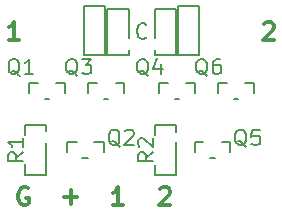
<source format=gto>
G04 #@! TF.FileFunction,Other,ECO1*
%FSLAX46Y46*%
G04 Gerber Fmt 4.6, Leading zero omitted, Abs format (unit mm)*
G04 Created by KiCad (PCBNEW 4.0.5) date 02/05/17 18:09:27*
%MOMM*%
%LPD*%
G01*
G04 APERTURE LIST*
%ADD10C,0.100000*%
%ADD11C,0.200000*%
%ADD12C,0.300000*%
G04 APERTURE END LIST*
D10*
D11*
X113100000Y-67900000D02*
X113100000Y-68700000D01*
X113100000Y-72100000D02*
X113100000Y-71300000D01*
X102100000Y-67900000D02*
X102100000Y-68700000D01*
X102100000Y-72100000D02*
X102100000Y-71200000D01*
X103900000Y-72100000D02*
X102100000Y-72100000D01*
X103900000Y-69400000D02*
X103900000Y-72100000D01*
X103900000Y-67900000D02*
X103900000Y-68400000D01*
X102100000Y-67900000D02*
X103900000Y-67900000D01*
X113100000Y-62000000D02*
X113100000Y-61500000D01*
X113100000Y-58100000D02*
X113100000Y-60500000D01*
X110900000Y-62000000D02*
X110900000Y-61500000D01*
X110900000Y-58100000D02*
X110900000Y-60500000D01*
X114900000Y-72100000D02*
X113100000Y-72100000D01*
X114900000Y-69300000D02*
X114900000Y-72100000D01*
X114900000Y-67900000D02*
X114900000Y-68500000D01*
X113100000Y-67900000D02*
X114900000Y-67900000D01*
X116900000Y-57800000D02*
X115100000Y-57800000D01*
X116900000Y-62000000D02*
X116900000Y-57800000D01*
X115100000Y-62000000D02*
X116900000Y-62000000D01*
X115100000Y-57800000D02*
X115100000Y-62000000D01*
X113100000Y-58100000D02*
X113200000Y-58100000D01*
X114900000Y-62000000D02*
X113100000Y-62000000D01*
X114900000Y-58100000D02*
X114900000Y-62000000D01*
X113200000Y-58100000D02*
X114900000Y-58100000D01*
X109100000Y-58100000D02*
X109200000Y-58100000D01*
X109100000Y-62000000D02*
X109100000Y-58100000D01*
X110900000Y-62000000D02*
X109100000Y-62000000D01*
X109200000Y-58100000D02*
X110900000Y-58100000D01*
X107100000Y-57800000D02*
X107100000Y-57900000D01*
X108900000Y-57800000D02*
X107100000Y-57800000D01*
X108900000Y-62000000D02*
X108900000Y-57800000D01*
X107100000Y-62000000D02*
X108900000Y-62000000D01*
X107100000Y-57900000D02*
X107100000Y-62000000D01*
X107000000Y-70700000D02*
X107500000Y-70700000D01*
X105700000Y-69300000D02*
X105700000Y-70200000D01*
X106500000Y-69300000D02*
X105700000Y-69300000D01*
X108800000Y-69300000D02*
X108800000Y-70200000D01*
X108000000Y-69300000D02*
X108800000Y-69300000D01*
X117800000Y-70700000D02*
X118200000Y-70700000D01*
X119500000Y-69300000D02*
X119500000Y-70200000D01*
X118800000Y-69300000D02*
X119500000Y-69300000D01*
X116500000Y-69300000D02*
X116500000Y-70200000D01*
X117200000Y-69300000D02*
X116500000Y-69300000D01*
X120200000Y-65700000D02*
X119800000Y-65700000D01*
X121500000Y-64300000D02*
X121500000Y-65200000D01*
X120800000Y-64300000D02*
X121500000Y-64300000D01*
X118500000Y-64300000D02*
X118500000Y-65200000D01*
X119200000Y-64300000D02*
X118500000Y-64300000D01*
X115800000Y-64300000D02*
X116500000Y-64300000D01*
X116500000Y-65200000D02*
X116500000Y-64300000D01*
X114800000Y-65700000D02*
X115200000Y-65700000D01*
X113500000Y-64300000D02*
X113500000Y-65200000D01*
X114200000Y-64300000D02*
X113500000Y-64300000D01*
X110500000Y-64300000D02*
X110500000Y-65200000D01*
X109800000Y-64300000D02*
X110500000Y-64300000D01*
X108800000Y-65700000D02*
X109200000Y-65700000D01*
X107500000Y-64300000D02*
X107500000Y-65200000D01*
X108200000Y-64300000D02*
X107500000Y-64300000D01*
X103800000Y-65700000D02*
X104200000Y-65700000D01*
X105500000Y-64300000D02*
X105500000Y-65200000D01*
X104800000Y-64300000D02*
X105500000Y-64300000D01*
X102500000Y-64300000D02*
X102500000Y-65200000D01*
X103200000Y-64300000D02*
X102500000Y-64300000D01*
D12*
X113571429Y-73321429D02*
X113642858Y-73250000D01*
X113785715Y-73178571D01*
X114142858Y-73178571D01*
X114285715Y-73250000D01*
X114357144Y-73321429D01*
X114428572Y-73464286D01*
X114428572Y-73607143D01*
X114357144Y-73821429D01*
X113500001Y-74678571D01*
X114428572Y-74678571D01*
X110428572Y-74678571D02*
X109571429Y-74678571D01*
X110000001Y-74678571D02*
X110000001Y-73178571D01*
X109857144Y-73392857D01*
X109714286Y-73535714D01*
X109571429Y-73607143D01*
X105428572Y-74007143D02*
X106571429Y-74007143D01*
X106000000Y-74578571D02*
X106000000Y-73435714D01*
X102392857Y-73250000D02*
X102250000Y-73178571D01*
X102035714Y-73178571D01*
X101821429Y-73250000D01*
X101678571Y-73392857D01*
X101607143Y-73535714D01*
X101535714Y-73821429D01*
X101535714Y-74035714D01*
X101607143Y-74321429D01*
X101678571Y-74464286D01*
X101821429Y-74607143D01*
X102035714Y-74678571D01*
X102178571Y-74678571D01*
X102392857Y-74607143D01*
X102464286Y-74535714D01*
X102464286Y-74035714D01*
X102178571Y-74035714D01*
D11*
X112402381Y-60464286D02*
X112340476Y-60526190D01*
X112154762Y-60588095D01*
X112030952Y-60588095D01*
X111845238Y-60526190D01*
X111721429Y-60402381D01*
X111659524Y-60278571D01*
X111597619Y-60030952D01*
X111597619Y-59845238D01*
X111659524Y-59597619D01*
X111721429Y-59473810D01*
X111845238Y-59350000D01*
X112030952Y-59288095D01*
X112154762Y-59288095D01*
X112340476Y-59350000D01*
X112402381Y-59411905D01*
X112988095Y-70216666D02*
X112369048Y-70649999D01*
X112988095Y-70959523D02*
X111688095Y-70959523D01*
X111688095Y-70464285D01*
X111750000Y-70340476D01*
X111811905Y-70278571D01*
X111935714Y-70216666D01*
X112121429Y-70216666D01*
X112245238Y-70278571D01*
X112307143Y-70340476D01*
X112369048Y-70464285D01*
X112369048Y-70959523D01*
X111811905Y-69721428D02*
X111750000Y-69659523D01*
X111688095Y-69535714D01*
X111688095Y-69226190D01*
X111750000Y-69102380D01*
X111811905Y-69040476D01*
X111935714Y-68978571D01*
X112059524Y-68978571D01*
X112245238Y-69040476D01*
X112988095Y-69783333D01*
X112988095Y-68978571D01*
X101988095Y-70216666D02*
X101369048Y-70649999D01*
X101988095Y-70959523D02*
X100688095Y-70959523D01*
X100688095Y-70464285D01*
X100750000Y-70340476D01*
X100811905Y-70278571D01*
X100935714Y-70216666D01*
X101121429Y-70216666D01*
X101245238Y-70278571D01*
X101307143Y-70340476D01*
X101369048Y-70464285D01*
X101369048Y-70959523D01*
X101988095Y-68978571D02*
X101988095Y-69721428D01*
X101988095Y-69349999D02*
X100688095Y-69349999D01*
X100873810Y-69473809D01*
X100997619Y-69597618D01*
X101059524Y-69721428D01*
X110176190Y-69711905D02*
X110052381Y-69650000D01*
X109928571Y-69526190D01*
X109742857Y-69340476D01*
X109619048Y-69278571D01*
X109495238Y-69278571D01*
X109557143Y-69588095D02*
X109433333Y-69526190D01*
X109309524Y-69402381D01*
X109247619Y-69154762D01*
X109247619Y-68721429D01*
X109309524Y-68473810D01*
X109433333Y-68350000D01*
X109557143Y-68288095D01*
X109804762Y-68288095D01*
X109928571Y-68350000D01*
X110052381Y-68473810D01*
X110114286Y-68721429D01*
X110114286Y-69154762D01*
X110052381Y-69402381D01*
X109928571Y-69526190D01*
X109804762Y-69588095D01*
X109557143Y-69588095D01*
X110609524Y-68411905D02*
X110671429Y-68350000D01*
X110795238Y-68288095D01*
X111104762Y-68288095D01*
X111228572Y-68350000D01*
X111290476Y-68411905D01*
X111352381Y-68535714D01*
X111352381Y-68659524D01*
X111290476Y-68845238D01*
X110547619Y-69588095D01*
X111352381Y-69588095D01*
X120876190Y-69711905D02*
X120752381Y-69650000D01*
X120628571Y-69526190D01*
X120442857Y-69340476D01*
X120319048Y-69278571D01*
X120195238Y-69278571D01*
X120257143Y-69588095D02*
X120133333Y-69526190D01*
X120009524Y-69402381D01*
X119947619Y-69154762D01*
X119947619Y-68721429D01*
X120009524Y-68473810D01*
X120133333Y-68350000D01*
X120257143Y-68288095D01*
X120504762Y-68288095D01*
X120628571Y-68350000D01*
X120752381Y-68473810D01*
X120814286Y-68721429D01*
X120814286Y-69154762D01*
X120752381Y-69402381D01*
X120628571Y-69526190D01*
X120504762Y-69588095D01*
X120257143Y-69588095D01*
X121990476Y-68288095D02*
X121371429Y-68288095D01*
X121309524Y-68907143D01*
X121371429Y-68845238D01*
X121495238Y-68783333D01*
X121804762Y-68783333D01*
X121928572Y-68845238D01*
X121990476Y-68907143D01*
X122052381Y-69030952D01*
X122052381Y-69340476D01*
X121990476Y-69464286D01*
X121928572Y-69526190D01*
X121804762Y-69588095D01*
X121495238Y-69588095D01*
X121371429Y-69526190D01*
X121309524Y-69464286D01*
X117576190Y-63711905D02*
X117452381Y-63650000D01*
X117328571Y-63526190D01*
X117142857Y-63340476D01*
X117019048Y-63278571D01*
X116895238Y-63278571D01*
X116957143Y-63588095D02*
X116833333Y-63526190D01*
X116709524Y-63402381D01*
X116647619Y-63154762D01*
X116647619Y-62721429D01*
X116709524Y-62473810D01*
X116833333Y-62350000D01*
X116957143Y-62288095D01*
X117204762Y-62288095D01*
X117328571Y-62350000D01*
X117452381Y-62473810D01*
X117514286Y-62721429D01*
X117514286Y-63154762D01*
X117452381Y-63402381D01*
X117328571Y-63526190D01*
X117204762Y-63588095D01*
X116957143Y-63588095D01*
X118628572Y-62288095D02*
X118380953Y-62288095D01*
X118257143Y-62350000D01*
X118195238Y-62411905D01*
X118071429Y-62597619D01*
X118009524Y-62845238D01*
X118009524Y-63340476D01*
X118071429Y-63464286D01*
X118133334Y-63526190D01*
X118257143Y-63588095D01*
X118504762Y-63588095D01*
X118628572Y-63526190D01*
X118690476Y-63464286D01*
X118752381Y-63340476D01*
X118752381Y-63030952D01*
X118690476Y-62907143D01*
X118628572Y-62845238D01*
X118504762Y-62783333D01*
X118257143Y-62783333D01*
X118133334Y-62845238D01*
X118071429Y-62907143D01*
X118009524Y-63030952D01*
X112576190Y-63711905D02*
X112452381Y-63650000D01*
X112328571Y-63526190D01*
X112142857Y-63340476D01*
X112019048Y-63278571D01*
X111895238Y-63278571D01*
X111957143Y-63588095D02*
X111833333Y-63526190D01*
X111709524Y-63402381D01*
X111647619Y-63154762D01*
X111647619Y-62721429D01*
X111709524Y-62473810D01*
X111833333Y-62350000D01*
X111957143Y-62288095D01*
X112204762Y-62288095D01*
X112328571Y-62350000D01*
X112452381Y-62473810D01*
X112514286Y-62721429D01*
X112514286Y-63154762D01*
X112452381Y-63402381D01*
X112328571Y-63526190D01*
X112204762Y-63588095D01*
X111957143Y-63588095D01*
X113628572Y-62721429D02*
X113628572Y-63588095D01*
X113319048Y-62226190D02*
X113009524Y-63154762D01*
X113814286Y-63154762D01*
X106576190Y-63711905D02*
X106452381Y-63650000D01*
X106328571Y-63526190D01*
X106142857Y-63340476D01*
X106019048Y-63278571D01*
X105895238Y-63278571D01*
X105957143Y-63588095D02*
X105833333Y-63526190D01*
X105709524Y-63402381D01*
X105647619Y-63154762D01*
X105647619Y-62721429D01*
X105709524Y-62473810D01*
X105833333Y-62350000D01*
X105957143Y-62288095D01*
X106204762Y-62288095D01*
X106328571Y-62350000D01*
X106452381Y-62473810D01*
X106514286Y-62721429D01*
X106514286Y-63154762D01*
X106452381Y-63402381D01*
X106328571Y-63526190D01*
X106204762Y-63588095D01*
X105957143Y-63588095D01*
X106947619Y-62288095D02*
X107752381Y-62288095D01*
X107319048Y-62783333D01*
X107504762Y-62783333D01*
X107628572Y-62845238D01*
X107690476Y-62907143D01*
X107752381Y-63030952D01*
X107752381Y-63340476D01*
X107690476Y-63464286D01*
X107628572Y-63526190D01*
X107504762Y-63588095D01*
X107133334Y-63588095D01*
X107009524Y-63526190D01*
X106947619Y-63464286D01*
X101676190Y-63711905D02*
X101552381Y-63650000D01*
X101428571Y-63526190D01*
X101242857Y-63340476D01*
X101119048Y-63278571D01*
X100995238Y-63278571D01*
X101057143Y-63588095D02*
X100933333Y-63526190D01*
X100809524Y-63402381D01*
X100747619Y-63154762D01*
X100747619Y-62721429D01*
X100809524Y-62473810D01*
X100933333Y-62350000D01*
X101057143Y-62288095D01*
X101304762Y-62288095D01*
X101428571Y-62350000D01*
X101552381Y-62473810D01*
X101614286Y-62721429D01*
X101614286Y-63154762D01*
X101552381Y-63402381D01*
X101428571Y-63526190D01*
X101304762Y-63588095D01*
X101057143Y-63588095D01*
X102852381Y-63588095D02*
X102109524Y-63588095D01*
X102480953Y-63588095D02*
X102480953Y-62288095D01*
X102357143Y-62473810D01*
X102233334Y-62597619D01*
X102109524Y-62659524D01*
D12*
X122371429Y-59321429D02*
X122442858Y-59250000D01*
X122585715Y-59178571D01*
X122942858Y-59178571D01*
X123085715Y-59250000D01*
X123157144Y-59321429D01*
X123228572Y-59464286D01*
X123228572Y-59607143D01*
X123157144Y-59821429D01*
X122300001Y-60678571D01*
X123228572Y-60678571D01*
X101628572Y-60678571D02*
X100771429Y-60678571D01*
X101200001Y-60678571D02*
X101200001Y-59178571D01*
X101057144Y-59392857D01*
X100914286Y-59535714D01*
X100771429Y-59607143D01*
M02*

</source>
